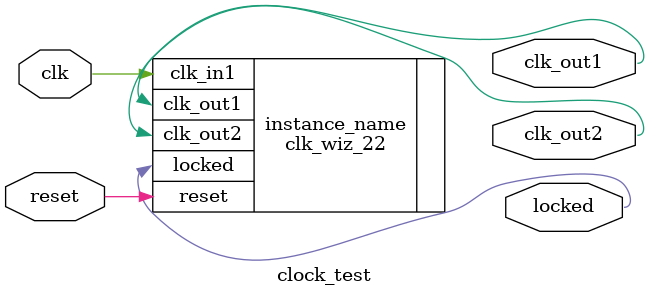
<source format=v>
module clock_test(clk, reset, clk_out1, clk_out2, locked);
    input clk, reset;
    output clk_out1, clk_out2, locked;
    
    wire clk_out1, clk_out2, locked;
    
    clk_wiz_22 instance_name
    (
        // Clock out ports
        .clk_out1(clk_out1),     // output clk_out1
        .clk_out2(clk_out2),     // output clk_out2
        // Status and control signals
        .reset(reset), // input reset
        .locked(locked),       // output locked
        // Clock in ports
        .clk_in1(clk)      // input clk_in1
    );
    
endmodule
</source>
